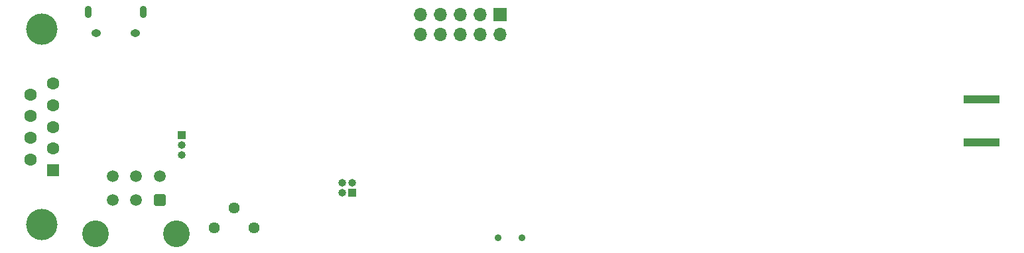
<source format=gbr>
%TF.GenerationSoftware,KiCad,Pcbnew,7.0.5*%
%TF.CreationDate,2023-07-23T12:45:19-06:00*%
%TF.ProjectId,CAN-USB RF Module,43414e2d-5553-4422-9052-46204d6f6475,rev?*%
%TF.SameCoordinates,Original*%
%TF.FileFunction,Soldermask,Bot*%
%TF.FilePolarity,Negative*%
%FSLAX46Y46*%
G04 Gerber Fmt 4.6, Leading zero omitted, Abs format (unit mm)*
G04 Created by KiCad (PCBNEW 7.0.5) date 2023-07-23 12:45:19*
%MOMM*%
%LPD*%
G01*
G04 APERTURE LIST*
G04 Aperture macros list*
%AMRoundRect*
0 Rectangle with rounded corners*
0 $1 Rounding radius*
0 $2 $3 $4 $5 $6 $7 $8 $9 X,Y pos of 4 corners*
0 Add a 4 corners polygon primitive as box body*
4,1,4,$2,$3,$4,$5,$6,$7,$8,$9,$2,$3,0*
0 Add four circle primitives for the rounded corners*
1,1,$1+$1,$2,$3*
1,1,$1+$1,$4,$5*
1,1,$1+$1,$6,$7*
1,1,$1+$1,$8,$9*
0 Add four rect primitives between the rounded corners*
20,1,$1+$1,$2,$3,$4,$5,0*
20,1,$1+$1,$4,$5,$6,$7,0*
20,1,$1+$1,$6,$7,$8,$9,0*
20,1,$1+$1,$8,$9,$2,$3,0*%
G04 Aperture macros list end*
%ADD10R,1.000000X1.000000*%
%ADD11O,1.000000X1.000000*%
%ADD12C,4.000000*%
%ADD13R,1.600000X1.600000*%
%ADD14C,1.600000*%
%ADD15O,0.890000X1.550000*%
%ADD16O,1.250000X0.950000*%
%ADD17C,0.900000*%
%ADD18RoundRect,0.250001X0.499999X0.499999X-0.499999X0.499999X-0.499999X-0.499999X0.499999X-0.499999X0*%
%ADD19C,1.500000*%
%ADD20C,3.410000*%
%ADD21R,4.560000X1.000000*%
%ADD22C,1.440000*%
%ADD23R,1.700000X1.700000*%
%ADD24O,1.700000X1.700000*%
G04 APERTURE END LIST*
D10*
%TO.C,J1*%
X110010000Y-110687000D03*
D11*
X108740000Y-110687000D03*
X110010000Y-109417000D03*
X108740000Y-109417000D03*
%TD*%
D12*
%TO.C,J7*%
X70381000Y-89771000D03*
X70381000Y-114771000D03*
D13*
X71801000Y-107811000D03*
D14*
X71801000Y-105041000D03*
X71801000Y-102271000D03*
X71801000Y-99501000D03*
X71801000Y-96731000D03*
X68961000Y-106426000D03*
X68961000Y-103656000D03*
X68961000Y-100886000D03*
X68961000Y-98116000D03*
%TD*%
D15*
%TO.C,J2*%
X83296000Y-87597000D03*
D16*
X82296000Y-90297000D03*
X77296000Y-90297000D03*
D15*
X76296000Y-87597000D03*
%TD*%
D17*
%TO.C,SW2*%
X128675000Y-116408000D03*
X131675000Y-116408000D03*
%TD*%
D18*
%TO.C,J6*%
X85423000Y-111585000D03*
D19*
X82423000Y-111585000D03*
X79423000Y-111585000D03*
X85423000Y-108585000D03*
X82423000Y-108585000D03*
X79423000Y-108585000D03*
D20*
X87573000Y-115905000D03*
X77273000Y-115905000D03*
%TD*%
D21*
%TO.C,J3*%
X190359500Y-104240250D03*
X190359500Y-98700250D03*
%TD*%
D22*
%TO.C,RV1*%
X97437000Y-115132000D03*
X94897000Y-112592000D03*
X92357000Y-115132000D03*
%TD*%
D23*
%TO.C,J5*%
X128905000Y-87884000D03*
D24*
X128905000Y-90424000D03*
X126365000Y-87884000D03*
X126365000Y-90424000D03*
X123825000Y-87884000D03*
X123825000Y-90424000D03*
X121285000Y-87884000D03*
X121285000Y-90424000D03*
X118745000Y-87884000D03*
X118745000Y-90424000D03*
%TD*%
D10*
%TO.C,JP2*%
X88265000Y-103321000D03*
D11*
X88265000Y-104591000D03*
X88265000Y-105861000D03*
%TD*%
M02*

</source>
